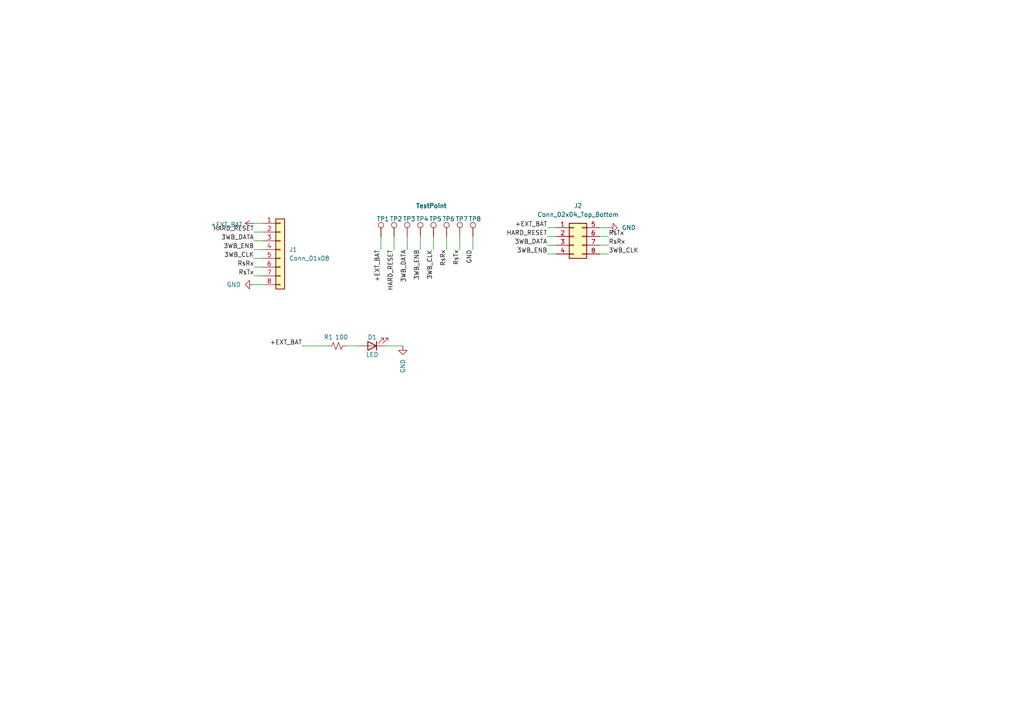
<source format=kicad_sch>
(kicad_sch (version 20211123) (generator eeschema)
  (paper "A4")
  (lib_symbols
    (symbol "Connector:TestPoint" (pin_numbers hide) (pin_names (offset 0.762) hide)
      (property "Reference" "TP" (at 0 6.858 0))
      (property "Value" "TestPoint" (at 0 5.08 0))
      (symbol "TestPoint_0_1"
        (circle (center 0 3.302) (radius 0.762))
      )
      (symbol "TestPoint_1_1"
        (pin passive line (at 0 0 90) (length 2.54) (name "1") (number "1"))
      )
    )
    (symbol "Connector_Generic:Conn_01x08" (pin_names (offset 1.016) hide)
      (property "Reference" "J" (at 0 10.16 0))
      (property "Value" "Conn_01x08" (at 0 -12.7 0))
      (symbol "Conn_01x08_1_1"
        (rectangle (start -1.27 -10.033) (end 0 -10.287) (stroke (width 0.1524)))
        (rectangle (start -1.27 -7.493) (end 0 -7.747) (stroke (width 0.1524)))
        (rectangle (start -1.27 -4.953) (end 0 -5.207) (stroke (width 0.1524)))
        (rectangle (start -1.27 -2.413) (end 0 -2.667) (stroke (width 0.1524)))
        (rectangle (start -1.27 0.127) (end 0 -0.127) (stroke (width 0.1524)))
        (rectangle (start -1.27 2.667) (end 0 2.413) (stroke (width 0.1524)))
        (rectangle (start -1.27 5.207) (end 0 4.953) (stroke (width 0.1524)))
        (rectangle (start -1.27 7.747) (end 0 7.493) (stroke (width 0.1524)))
        (rectangle (start -1.27 8.89) (end 1.27 -11.43) (stroke (width 0.254)) (fill (type background)))
        (pin passive line (at -5.08 7.62 0) (length 3.81) (name "Pin_1") (number "1"))
        (pin passive line (at -5.08 5.08 0) (length 3.81) (name "Pin_2") (number "2"))
        (pin passive line (at -5.08 2.54 0) (length 3.81) (name "Pin_3") (number "3"))
        (pin passive line (at -5.08 0 0) (length 3.81) (name "Pin_4") (number "4"))
        (pin passive line (at -5.08 -2.54 0) (length 3.81) (name "Pin_5") (number "5"))
        (pin passive line (at -5.08 -5.08 0) (length 3.81) (name "Pin_6") (number "6"))
        (pin passive line (at -5.08 -7.62 0) (length 3.81) (name "Pin_7") (number "7"))
        (pin passive line (at -5.08 -10.16 0) (length 3.81) (name "Pin_8") (number "8"))
      )
    )
    (symbol "Connector_Generic:Conn_02x04_Top_Bottom" (pin_names (offset 1.016) hide)
      (property "Reference" "J" (at 1.27 5.08 0))
      (property "Value" "Conn_02x04_Top_Bottom" (at 1.27 -7.62 0))
      (symbol "Conn_02x04_Top_Bottom_1_1"
        (rectangle (start -1.27 -4.953) (end 0 -5.207) (stroke (width 0.1524)))
        (rectangle (start -1.27 -2.413) (end 0 -2.667) (stroke (width 0.1524)))
        (rectangle (start -1.27 0.127) (end 0 -0.127) (stroke (width 0.1524)))
        (rectangle (start -1.27 2.667) (end 0 2.413) (stroke (width 0.1524)))
        (rectangle (start -1.27 3.81) (end 3.81 -6.35) (stroke (width 0.254)) (fill (type background)))
        (rectangle (start 3.81 -4.953) (end 2.54 -5.207) (stroke (width 0.1524)))
        (rectangle (start 3.81 -2.413) (end 2.54 -2.667) (stroke (width 0.1524)))
        (rectangle (start 3.81 0.127) (end 2.54 -0.127) (stroke (width 0.1524)))
        (rectangle (start 3.81 2.667) (end 2.54 2.413) (stroke (width 0.1524)))
        (pin passive line (at -5.08 2.54 0) (length 3.81) (name "Pin_1") (number "1"))
        (pin passive line (at -5.08 0 0) (length 3.81) (name "Pin_2") (number "2"))
        (pin passive line (at -5.08 -2.54 0) (length 3.81) (name "Pin_3") (number "3"))
        (pin passive line (at -5.08 -5.08 0) (length 3.81) (name "Pin_4") (number "4"))
        (pin passive line (at 7.62 2.54 180) (length 3.81) (name "Pin_5") (number "5"))
        (pin passive line (at 7.62 0 180) (length 3.81) (name "Pin_6") (number "6"))
        (pin passive line (at 7.62 -2.54 180) (length 3.81) (name "Pin_7") (number "7"))
        (pin passive line (at 7.62 -5.08 180) (length 3.81) (name "Pin_8") (number "8"))
      )
    )
    (symbol "Device:LED" (pin_numbers hide) (pin_names (offset 1.016) hide)
      (property "Reference" "D" (at 0 2.54 0))
      (property "Value" "LED" (at 0 -2.54 0))
      (symbol "LED_0_1"
        (polyline (pts (xy -1.27 -1.27) (xy -1.27 1.27)) (stroke (width 0.254)))
        (polyline (pts (xy -1.27 0) (xy 1.27 0)))
        (polyline (pts (xy 1.27 -1.27) (xy 1.27 1.27) (xy -1.27 0) (xy 1.27 -1.27)) (stroke (width 0.254)))
        (polyline (pts (xy -3.048 -0.762) (xy -4.572 -2.286) (xy -3.81 -2.286) (xy -4.572 -2.286) (xy -4.572 -1.524)))
        (polyline (pts (xy -1.778 -0.762) (xy -3.302 -2.286) (xy -2.54 -2.286) (xy -3.302 -2.286) (xy -3.302 -1.524)))
      )
      (symbol "LED_1_1"
        (pin passive line (at -3.81 0 0) (length 2.54) (name "K") (number "1"))
        (pin passive line (at 3.81 0 180) (length 2.54) (name "A") (number "2"))
      )
    )
    (symbol "Device:R_Small_US" (pin_numbers hide) (pin_names (offset 0.254) hide)
      (property "Reference" "R" (at 0.762 0.508 0))
      (property "Value" "R_Small_US" (at 0.762 -1.016 0))
      (symbol "R_Small_US_1_1"
        (polyline (pts (xy 0 0) (xy 1.016 -0.381) (xy 0 -0.762) (xy -1.016 -1.143) (xy 0 -1.524)))
        (polyline (pts (xy 0 1.524) (xy 1.016 1.143) (xy 0 0.762) (xy -1.016 0.381) (xy 0 0)))
        (pin passive line (at 0 2.54 270) (length 1.016) (name "~") (number "1"))
        (pin passive line (at 0 -2.54 90) (length 1.016) (name "~") (number "2"))
      )
    )
    (symbol "draft1library:+EXT_BAT" (power) (pin_names (offset 0))
      (property "Value" "+EXT_BAT" (at 0 3.556 0))
      (symbol "+EXT_BAT_0_1"
        (polyline (pts (xy -0.762 1.27) (xy 0 2.54)))
        (polyline (pts (xy 0 0) (xy 0 2.54)))
        (polyline (pts (xy 0 2.54) (xy 0.762 1.27)))
      )
      (symbol "+EXT_BAT_1_1"
        (pin power_in line (at 0 0 90) (length 0) hide (name "+EXT_BAT") (number "1"))
      )
    )
    (symbol "power:GND" (power) (pin_names (offset 0))
      (property "Value" "GND" (at 0 -3.81 0))
      (symbol "GND_0_1"
        (polyline (pts (xy 0 0) (xy 0 -1.27) (xy 1.27 -1.27) (xy 0 -2.54) (xy -1.27 -1.27) (xy 0 -1.27)))
      )
      (symbol "GND_1_1"
        (pin power_in line (at 0 0 270) (length 0) hide (name "GND") (number "1"))
      )
    )
  )
  (wire (pts (xy 100.33 100.33) (xy 104.14 100.33)))
  (wire (pts (xy 73.66 67.31) (xy 76.2 67.31)))
  (wire (pts (xy 176.53 68.58) (xy 173.99 68.58)))
  (wire (pts (xy 158.75 66.04) (xy 161.29 66.04)))
  (wire (pts (xy 118.11 68.58) (xy 118.11 72.39)))
  (wire (pts (xy 125.73 68.58) (xy 125.73 72.39)))
  (wire (pts (xy 129.54 68.58) (xy 129.54 72.39)))
  (wire (pts (xy 73.66 72.39) (xy 76.2 72.39)))
  (wire (pts (xy 111.76 100.33) (xy 116.84 100.33)))
  (wire (pts (xy 176.53 73.66) (xy 173.99 73.66)))
  (wire (pts (xy 73.66 69.85) (xy 76.2 69.85)))
  (wire (pts (xy 87.63 100.33) (xy 95.25 100.33)))
  (wire (pts (xy 158.75 68.58) (xy 161.29 68.58)))
  (wire (pts (xy 158.75 73.66) (xy 161.29 73.66)))
  (wire (pts (xy 158.75 71.12) (xy 161.29 71.12)))
  (wire (pts (xy 73.66 74.93) (xy 76.2 74.93)))
  (wire (pts (xy 137.16 68.58) (xy 137.16 72.39)))
  (wire (pts (xy 73.66 77.47) (xy 76.2 77.47)))
  (wire (pts (xy 114.3 68.58) (xy 114.3 72.39)))
  (wire (pts (xy 176.53 66.04) (xy 173.99 66.04)))
  (wire (pts (xy 121.92 68.58) (xy 121.92 72.39)))
  (wire (pts (xy 73.66 64.77) (xy 76.2 64.77)))
  (wire (pts (xy 73.66 82.55) (xy 76.2 82.55)))
  (wire (pts (xy 73.66 80.01) (xy 76.2 80.01)))
  (wire (pts (xy 133.35 68.58) (xy 133.35 72.39)))
  (wire (pts (xy 176.53 71.12) (xy 173.99 71.12)))
  (wire (pts (xy 110.49 68.58) (xy 110.49 72.39)))
  (label "3WB_CLK" (at 125.73 72.39 270))
  (label "3WB_ENB" (at 158.75 73.66 180))
  (label "3WB_CLK" (at 73.66 74.93 180))
  (label "+EXT_BAT" (at 87.63 100.33 180))
  (label "+EXT_BAT" (at 110.49 72.39 270))
  (label "3WB_DATA" (at 118.11 72.39 270))
  (label "3WB_ENB" (at 121.92 72.39 270))
  (label "+EXT_BAT" (at 158.75 66.04 180))
  (label "RsRx" (at 73.66 77.47 180))
  (label "3WB_CLK" (at 176.53 73.66 0))
  (label "RsRx" (at 176.53 71.12 0))
  (label "RsTx" (at 176.53 68.58 0))
  (label "RsRx" (at 129.54 72.39 270))
  (label "HARD_RESET" (at 114.3 72.39 270))
  (label "GND" (at 137.16 72.39 270))
  (label "3WB_ENB" (at 73.66 72.39 180))
  (label "HARD_RESET" (at 73.66 67.31 180))
  (label "3WB_DATA" (at 158.75 71.12 180))
  (label "RsTx" (at 133.35 72.39 270))
  (label "HARD_RESET" (at 158.75 68.58 180))
  (label "RsTx" (at 73.66 80.01 180))
  (label "3WB_DATA" (at 73.66 69.85 180))
  (symbol (lib_id "Connector_Generic:Conn_02x04_Top_Bottom") (at 166.37 68.58 0) (unit 1)
    (property "Reference" "J2" (at 167.64 59.69 0))
    (property "Value" "Conn_02x04_Top_Bottom" (at 167.64 62.23 0))
    (property "Footprint" "Connector_PinHeader_2.54mm:PinHeader_2x04_P2.54mm_Vertical" (effects hide))
  )
  (symbol (lib_id "Connector:TestPoint") (at 118.11 68.58 0) (unit 1)
    (property "Reference" "TP3" (at 116.84 63.5 0) (effects (justify left)))
    (property "Value" "TestPoint" (at 120.65 59.69 0) (effects (justify left)))
    (property "Footprint" "SCUM:through_hole" (effects hide))
  )
  (symbol (lib_id "draft1library:+EXT_BAT") (at 73.66 64.77 90) (mirror x) (unit 1)
    (property "Reference" "#PWR0101" (effects hide))
    (property "Value" "+EXT_BAT" (at 70.4088 65.151 90) (effects (justify left)))
  )
  (symbol (lib_id "power:GND") (at 176.53 66.04 90) (unit 1)
    (property "Reference" "#PWR0104" (effects hide))
    (property "Value" "GND" (at 180.34 66.04 90) (effects (justify right)))
  )
  (symbol (lib_id "Connector:TestPoint") (at 110.49 68.58 0) (unit 1)
    (property "Reference" "TP1" (at 109.22 63.5 0) (effects (justify left)))
    (property "Value" "TestPoint" (at 120.65 59.69 0) (effects (justify left)))
    (property "Footprint" "SCUM:through_hole" (effects hide))
  )
  (symbol (lib_id "Device:R_Small_US") (at 97.79 100.33 90) (unit 1)
    (property "Reference" "R1" (at 95.25 97.79 90))
    (property "Value" "100" (at 99.06 97.79 90))
    (property "Footprint" "Resistor_SMD:R_0402_1005Metric" (effects hide))
  )
  (symbol (lib_id "Connector:TestPoint") (at 133.35 68.58 0) (unit 1)
    (property "Reference" "TP7" (at 132.08 63.5 0) (effects (justify left)))
    (property "Value" "TestPoint" (at 120.65 59.69 0) (effects (justify left)))
    (property "Footprint" "SCUM:through_hole" (effects hide))
  )
  (symbol (lib_id "Connector:TestPoint") (at 129.54 68.58 0) (unit 1)
    (property "Reference" "TP6" (at 128.27 63.5 0) (effects (justify left)))
    (property "Value" "TestPoint" (at 120.65 59.69 0) (effects (justify left)))
    (property "Footprint" "SCUM:through_hole" (effects hide))
  )
  (symbol (lib_id "Connector:TestPoint") (at 137.16 68.58 0) (unit 1)
    (property "Reference" "TP8" (at 135.89 63.5 0) (effects (justify left)))
    (property "Value" "TestPoint" (at 120.65 59.69 0) (effects (justify left)))
    (property "Footprint" "SCUM:through_hole" (effects hide))
  )
  (symbol (lib_id "power:GND") (at 73.66 82.55 270) (unit 1)
    (property "Reference" "#PWR0102" (effects hide))
    (property "Value" "GND" (at 69.85 82.55 90) (effects (justify right)))
  )
  (symbol (lib_id "Connector:TestPoint") (at 121.92 68.58 0) (unit 1)
    (property "Reference" "TP4" (at 120.65 63.5 0) (effects (justify left)))
    (property "Value" "TestPoint" (at 120.65 59.69 0) (effects (justify left)))
    (property "Footprint" "SCUM:through_hole" (effects hide))
  )
  (symbol (lib_id "Connector_Generic:Conn_01x08") (at 81.28 72.39 0) (unit 1)
    (property "Reference" "J1" (at 83.82 72.3899 0) (effects (justify left)))
    (property "Value" "Conn_01x08" (at 83.82 74.9299 0) (effects (justify left)))
    (property "Footprint" "Connector_Molex:Molex_PicoBlade_53047-0810_1x08_P1.25mm_Vertical" (effects hide))
  )
  (symbol (lib_id "Device:LED") (at 107.95 100.33 180) (unit 1)
    (property "Reference" "D1" (at 107.95 97.79 0))
    (property "Value" "LED" (at 107.95 102.87 0))
    (property "Footprint" "LED_SMD:LED_0805_2012Metric" (effects hide))
  )
  (symbol (lib_id "Connector:TestPoint") (at 125.73 68.58 0) (unit 1)
    (property "Reference" "TP5" (at 124.46 63.5 0) (effects (justify left)))
    (property "Value" "TestPoint" (at 120.65 59.69 0) (effects (justify left)))
    (property "Footprint" "SCUM:through_hole" (effects hide))
  )
  (symbol (lib_id "Connector:TestPoint") (at 114.3 68.58 0) (unit 1)
    (property "Reference" "TP2" (at 113.03 63.5 0) (effects (justify left)))
    (property "Value" "TestPoint" (at 120.65 59.69 0) (effects (justify left)))
    (property "Footprint" "SCUM:through_hole" (effects hide))
  )
  (symbol (lib_id "power:GND") (at 116.84 100.33 0) (unit 1)
    (property "Reference" "#PWR0106" (effects hide))
    (property "Value" "GND" (at 116.84 104.14 90) (effects (justify right)))
  )
)
</source>
